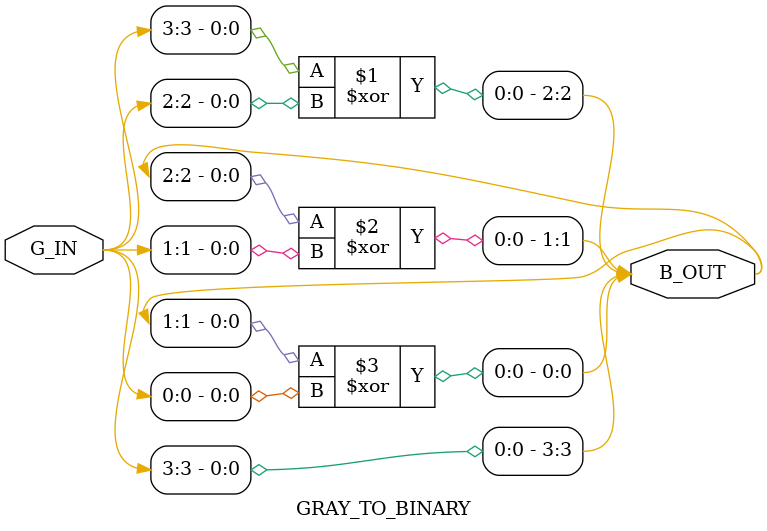
<source format=v>
`timescale 1ns / 1ps

// Author : Venu Pabbuleti 
// ID     : N180116
//Branch  : ECE
//Project Name : RTL design using Verilog
//Design  Nmae : GRAY BINARY CODE CONVERTOR
//Module  Nmae : GRAY_TO_BINARY CODE CONVERTOR DESIGN
//RGUKT NUZVID 
//////////////////////////////////////////////////////////////////////////////////


module GRAY_TO_BINARY(G_IN,B_OUT);
input [3:0]G_IN;
output [3:0]B_OUT;
assign B_OUT[3] = G_IN[3];
assign B_OUT[2] = B_OUT[3] ^ G_IN[2];
assign B_OUT[1] = B_OUT[2] ^ G_IN[1];
assign B_OUT[0] = B_OUT[1] ^ G_IN[0];
endmodule

</source>
